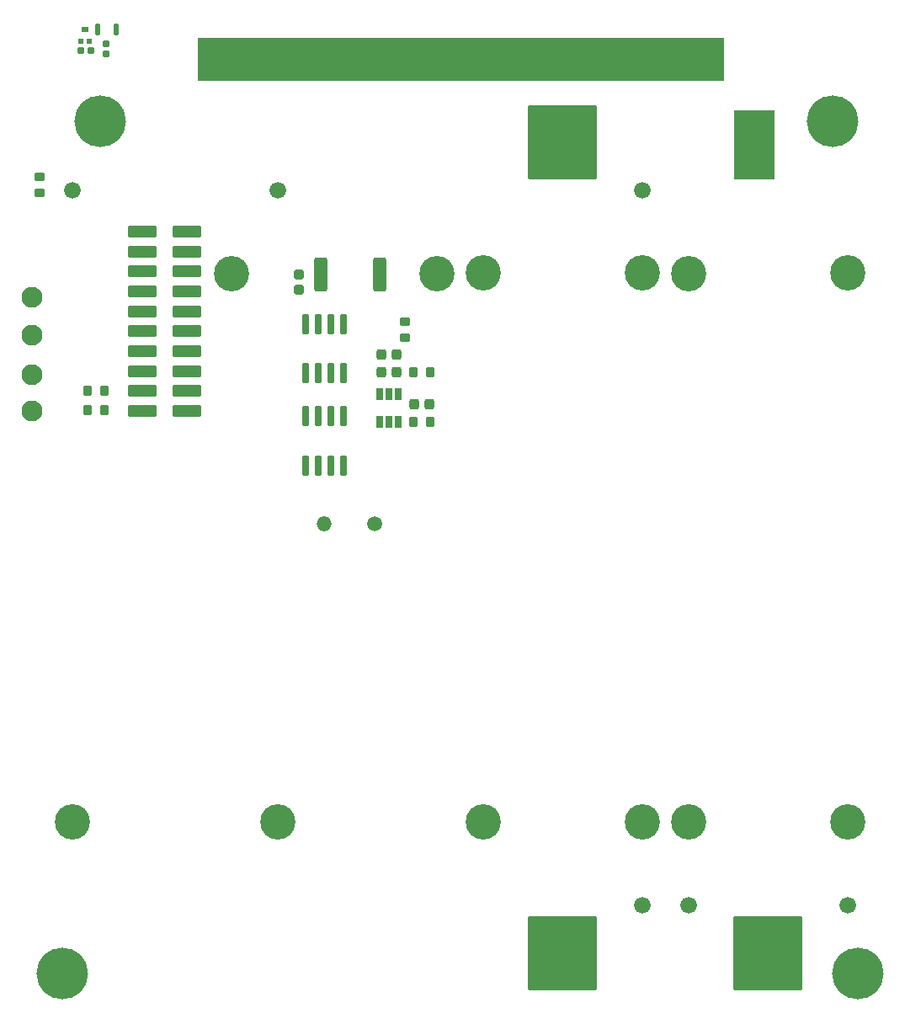
<source format=gts>
%TF.GenerationSoftware,KiCad,Pcbnew,7.0.1*%
%TF.CreationDate,2023-06-20T19:29:40-04:00*%
%TF.ProjectId,batteryboard,62617474-6572-4796-926f-6172642e6b69,rev?*%
%TF.SameCoordinates,Original*%
%TF.FileFunction,Soldermask,Top*%
%TF.FilePolarity,Negative*%
%FSLAX46Y46*%
G04 Gerber Fmt 4.6, Leading zero omitted, Abs format (unit mm)*
G04 Created by KiCad (PCBNEW 7.0.1) date 2023-06-20 19:29:40*
%MOMM*%
%LPD*%
G01*
G04 APERTURE LIST*
G04 Aperture macros list*
%AMRoundRect*
0 Rectangle with rounded corners*
0 $1 Rounding radius*
0 $2 $3 $4 $5 $6 $7 $8 $9 X,Y pos of 4 corners*
0 Add a 4 corners polygon primitive as box body*
4,1,4,$2,$3,$4,$5,$6,$7,$8,$9,$2,$3,0*
0 Add four circle primitives for the rounded corners*
1,1,$1+$1,$2,$3*
1,1,$1+$1,$4,$5*
1,1,$1+$1,$6,$7*
1,1,$1+$1,$8,$9*
0 Add four rect primitives between the rounded corners*
20,1,$1+$1,$2,$3,$4,$5,0*
20,1,$1+$1,$4,$5,$6,$7,0*
20,1,$1+$1,$6,$7,$8,$9,0*
20,1,$1+$1,$8,$9,$2,$3,0*%
%AMFreePoly0*
4,1,25,0.115149,2.428891,0.133461,2.421305,0.222677,2.361692,0.236692,2.347677,0.296305,2.258461,0.303891,2.240149,0.324824,2.134911,0.325800,2.125000,0.325800,-1.400000,0.310921,-1.435921,0.275000,-1.450800,-0.275000,-1.450800,-0.310921,-1.435921,-0.325800,-1.400000,-0.325800,2.125000,-0.324824,2.134911,-0.303891,2.240149,-0.296305,2.258461,-0.236692,2.347677,-0.222677,2.361692,
-0.133461,2.421305,-0.115149,2.428891,-0.009911,2.449824,0.009911,2.449824,0.115149,2.428891,0.115149,2.428891,$1*%
G04 Aperture macros list end*
%ADD10C,0.100000*%
%ADD11C,3.551600*%
%ADD12C,1.671600*%
%ADD13RoundRect,0.050800X-2.000000X3.400000X-2.000000X-3.400000X2.000000X-3.400000X2.000000X3.400000X0*%
%ADD14RoundRect,0.050800X-3.400000X3.650000X-3.400000X-3.650000X3.400000X-3.650000X3.400000X3.650000X0*%
%ADD15RoundRect,0.050800X0.300000X0.500000X-0.300000X0.500000X-0.300000X-0.500000X0.300000X-0.500000X0*%
%ADD16RoundRect,0.050800X3.400000X-3.650000X3.400000X3.650000X-3.400000X3.650000X-3.400000X-3.650000X0*%
%ADD17RoundRect,0.275800X-0.225000X-0.250000X0.225000X-0.250000X0.225000X0.250000X-0.225000X0.250000X0*%
%ADD18RoundRect,0.275800X-0.250000X0.225000X-0.250000X-0.225000X0.250000X-0.225000X0.250000X0.225000X0*%
%ADD19RoundRect,0.250800X-0.275000X0.200000X-0.275000X-0.200000X0.275000X-0.200000X0.275000X0.200000X0*%
%ADD20RoundRect,0.250800X0.200000X0.275000X-0.200000X0.275000X-0.200000X-0.275000X0.200000X-0.275000X0*%
%ADD21RoundRect,0.200800X0.150000X-0.825000X0.150000X0.825000X-0.150000X0.825000X-0.150000X-0.825000X0*%
%ADD22RoundRect,0.200800X-0.150000X0.825000X-0.150000X-0.825000X0.150000X-0.825000X0.150000X0.825000X0*%
%ADD23RoundRect,0.250800X-0.200000X-0.275000X0.200000X-0.275000X0.200000X0.275000X-0.200000X0.275000X0*%
%ADD24RoundRect,0.300799X0.362501X1.425001X-0.362501X1.425001X-0.362501X-1.425001X0.362501X-1.425001X0*%
%ADD25C,2.101600*%
%ADD26RoundRect,0.050800X0.185000X-0.500000X0.185000X0.500000X-0.185000X0.500000X-0.185000X-0.500000X0*%
%ADD27RoundRect,0.050800X-0.185000X0.500000X-0.185000X-0.500000X0.185000X-0.500000X0.185000X0.500000X0*%
%ADD28C,5.181600*%
%ADD29FreePoly0,0.000000*%
%ADD30RoundRect,0.050800X0.200000X-0.225000X0.200000X0.225000X-0.200000X0.225000X-0.200000X-0.225000X0*%
%ADD31RoundRect,0.050800X0.250000X-0.225000X0.250000X0.225000X-0.250000X0.225000X-0.250000X-0.225000X0*%
%ADD32RoundRect,0.185800X0.185000X-0.135000X0.185000X0.135000X-0.185000X0.135000X-0.185000X-0.135000X0*%
%ADD33RoundRect,0.185800X-0.135000X-0.185000X0.135000X-0.185000X0.135000X0.185000X-0.135000X0.185000X0*%
%ADD34RoundRect,0.050800X1.385000X-0.510000X1.385000X0.510000X-1.385000X0.510000X-1.385000X-0.510000X0*%
%ADD35C,1.501600*%
%ADD36O,1.501600X1.501600*%
G04 APERTURE END LIST*
%TO.C,P201*%
D10*
X124722220Y-49004353D02*
X71922220Y-49004353D01*
X71922220Y-44804353D01*
X124722220Y-44804353D01*
X124722220Y-49004353D01*
G36*
X124722220Y-49004353D02*
G01*
X71922220Y-49004353D01*
X71922220Y-44804353D01*
X124722220Y-44804353D01*
X124722220Y-49004353D01*
G37*
%TD*%
D11*
%TO.C,J103*%
X121273300Y-68450100D03*
X137273300Y-123650100D03*
D12*
X121273300Y-131980100D03*
D13*
X127873300Y-55525100D03*
D14*
X129273300Y-136825100D03*
%TD*%
D15*
%TO.C,U101*%
X90172500Y-83378500D03*
X91122500Y-83378500D03*
X92072500Y-83378500D03*
X92072500Y-80578500D03*
X91122500Y-80578500D03*
X90172500Y-80578500D03*
%TD*%
D11*
%TO.C,J106*%
X116623100Y-123624700D03*
X100623100Y-68424700D03*
D12*
X116623100Y-60094700D03*
D16*
X108623100Y-136799700D03*
X108623100Y-55249700D03*
%TD*%
D17*
%TO.C,C104*%
X90347500Y-76644500D03*
X91897500Y-76644500D03*
%TD*%
%TO.C,C103*%
X90347500Y-78422500D03*
X91897500Y-78422500D03*
%TD*%
%TO.C,C102*%
X93649500Y-81597500D03*
X95199500Y-81597500D03*
%TD*%
D18*
%TO.C,C101*%
X82105500Y-68567000D03*
X82105500Y-70117000D03*
%TD*%
D19*
%TO.C,R104*%
X92710000Y-73279500D03*
X92710000Y-74929500D03*
%TD*%
D20*
%TO.C,R103*%
X93599500Y-78422500D03*
X95249500Y-78422500D03*
%TD*%
D21*
%TO.C,Q102*%
X82740500Y-87755500D03*
X84010500Y-87755500D03*
X85280500Y-87755500D03*
X86550500Y-87755500D03*
X86550500Y-82805500D03*
X85280500Y-82805500D03*
X84010500Y-82805500D03*
X82740500Y-82805500D03*
%TD*%
D22*
%TO.C,Q101*%
X86550500Y-73534500D03*
X85280500Y-73534500D03*
X84010500Y-73534500D03*
X82740500Y-73534500D03*
X82740500Y-78484500D03*
X84010500Y-78484500D03*
X85280500Y-78484500D03*
X86550500Y-78484500D03*
%TD*%
D23*
%TO.C,R102*%
X93599500Y-83375500D03*
X95249500Y-83375500D03*
%TD*%
D24*
%TO.C,R101*%
X90211500Y-68580000D03*
X84286500Y-68580000D03*
%TD*%
D25*
%TO.C,TP101*%
X55245000Y-74676000D03*
%TD*%
%TO.C,TP102*%
X55245000Y-78613000D03*
%TD*%
%TO.C,TP103*%
X55245000Y-82296000D03*
%TD*%
%TO.C,TP104*%
X55245000Y-70866000D03*
%TD*%
D26*
%TO.C,D303*%
X61862178Y-43972480D03*
D27*
X63722178Y-43972480D03*
%TD*%
D28*
%TO.C,MH301*%
X62118400Y-53157200D03*
%TD*%
%TO.C,MH302*%
X135778400Y-53157200D03*
%TD*%
%TO.C,MH303*%
X138318400Y-138887200D03*
%TD*%
%TO.C,MH304*%
X58318400Y-138887200D03*
%TD*%
D29*
%TO.C,P201*%
X73122220Y-47404353D03*
X73922220Y-47404353D03*
X74722220Y-47404353D03*
X75522220Y-47404353D03*
X76322220Y-47404353D03*
X77122220Y-47404353D03*
X77922220Y-47404353D03*
X78722220Y-47404353D03*
X79522220Y-47404353D03*
X80322220Y-47404353D03*
X81122220Y-47404353D03*
X81922220Y-47404353D03*
X82722220Y-47404353D03*
X83522220Y-47404353D03*
X84322220Y-47404353D03*
X85122220Y-47404353D03*
X85922220Y-47404353D03*
X86722220Y-47404353D03*
X87522220Y-47404353D03*
X88322220Y-47404353D03*
X89122220Y-47404353D03*
X89922220Y-47404353D03*
X90722220Y-47404353D03*
X91522220Y-47404353D03*
X92322220Y-47404353D03*
X93122220Y-47404353D03*
X93922220Y-47404353D03*
X94722220Y-47404353D03*
X95522220Y-47404353D03*
X96322220Y-47404353D03*
X97122220Y-47404353D03*
X97922220Y-47404353D03*
X101922220Y-47404353D03*
X102722220Y-47404353D03*
X103522220Y-47404353D03*
X104322220Y-47404353D03*
X105122220Y-47404353D03*
X105922220Y-47404353D03*
X106722220Y-47404353D03*
X107522220Y-47404353D03*
X108322220Y-47404353D03*
X109122220Y-47404353D03*
X109922220Y-47404353D03*
X110722220Y-47404353D03*
X111522220Y-47404353D03*
X112322220Y-47404353D03*
X113122220Y-47404353D03*
X113922220Y-47404353D03*
X114722220Y-47404353D03*
X115522220Y-47404353D03*
X116322220Y-47404353D03*
X117122220Y-47404353D03*
X117922220Y-47404353D03*
X118722220Y-47404353D03*
X119522220Y-47404353D03*
X120322220Y-47404353D03*
X121122220Y-47404353D03*
X121922220Y-47404353D03*
X122722220Y-47404353D03*
X123522220Y-47404353D03*
%TD*%
D30*
%TO.C,Q303*%
X60179000Y-45126600D03*
X60979000Y-45126600D03*
D31*
X60579000Y-43976600D03*
%TD*%
D32*
%TO.C,R306*%
X62661800Y-46357000D03*
X62661800Y-45337000D03*
%TD*%
D33*
%TO.C,R305*%
X60170600Y-46075600D03*
X61190600Y-46075600D03*
%TD*%
D19*
%TO.C,R108*%
X56007000Y-58738000D03*
X56007000Y-60388000D03*
%TD*%
D23*
%TO.C,R106*%
X60833000Y-80264000D03*
X62483000Y-80264000D03*
%TD*%
D34*
%TO.C,J107*%
X70855000Y-64273000D03*
X70855000Y-66273000D03*
X70855000Y-68273000D03*
X70855000Y-70273000D03*
X70855000Y-72273000D03*
X70855000Y-74273000D03*
X70855000Y-76273000D03*
X70855000Y-78273000D03*
X70855000Y-80273000D03*
X70855000Y-82273000D03*
X66305000Y-64273000D03*
X66305000Y-66273000D03*
X66305000Y-68273000D03*
X66305000Y-70273000D03*
X66305000Y-72273000D03*
X66305000Y-74273000D03*
X66305000Y-76273000D03*
X66305000Y-78273000D03*
X66305000Y-80273000D03*
X66305000Y-82273000D03*
%TD*%
D35*
%TO.C,TH1*%
X89739000Y-93599000D03*
D36*
X84659000Y-93599000D03*
%TD*%
D23*
%TO.C,R107*%
X60833000Y-82169000D03*
X62483000Y-82169000D03*
%TD*%
D11*
%TO.C,J104*%
X79998300Y-123650100D03*
X95998300Y-68450100D03*
D12*
X79998300Y-60120100D03*
%TD*%
D11*
%TO.C,J101*%
X137273300Y-68424700D03*
X121273300Y-123624700D03*
D12*
X137273300Y-131954700D03*
%TD*%
D11*
%TO.C,J102*%
X116623100Y-68424700D03*
X100623100Y-123624700D03*
D12*
X116623100Y-131954700D03*
%TD*%
D11*
%TO.C,J105*%
X59348100Y-123650100D03*
X75348100Y-68450100D03*
D12*
X59348100Y-60120100D03*
%TD*%
M02*

</source>
